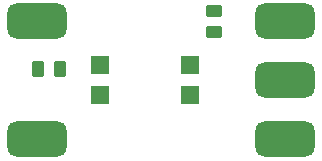
<source format=gtp>
G04 #@! TF.GenerationSoftware,KiCad,Pcbnew,8.0.5*
G04 #@! TF.CreationDate,2024-11-09T17:30:00+01:00*
G04 #@! TF.ProjectId,converter,636f6e76-6572-4746-9572-2e6b69636164,rev?*
G04 #@! TF.SameCoordinates,Original*
G04 #@! TF.FileFunction,Paste,Top*
G04 #@! TF.FilePolarity,Positive*
%FSLAX46Y46*%
G04 Gerber Fmt 4.6, Leading zero omitted, Abs format (unit mm)*
G04 Created by KiCad (PCBNEW 8.0.5) date 2024-11-09 17:30:00*
%MOMM*%
%LPD*%
G01*
G04 APERTURE LIST*
G04 Aperture macros list*
%AMRoundRect*
0 Rectangle with rounded corners*
0 $1 Rounding radius*
0 $2 $3 $4 $5 $6 $7 $8 $9 X,Y pos of 4 corners*
0 Add a 4 corners polygon primitive as box body*
4,1,4,$2,$3,$4,$5,$6,$7,$8,$9,$2,$3,0*
0 Add four circle primitives for the rounded corners*
1,1,$1+$1,$2,$3*
1,1,$1+$1,$4,$5*
1,1,$1+$1,$6,$7*
1,1,$1+$1,$8,$9*
0 Add four rect primitives between the rounded corners*
20,1,$1+$1,$2,$3,$4,$5,0*
20,1,$1+$1,$4,$5,$6,$7,0*
20,1,$1+$1,$6,$7,$8,$9,0*
20,1,$1+$1,$8,$9,$2,$3,0*%
G04 Aperture macros list end*
%ADD10RoundRect,0.750000X-1.750000X-0.750000X1.750000X-0.750000X1.750000X0.750000X-1.750000X0.750000X0*%
%ADD11R,1.600000X1.600000*%
%ADD12RoundRect,0.250000X0.450000X-0.262500X0.450000X0.262500X-0.450000X0.262500X-0.450000X-0.262500X0*%
%ADD13RoundRect,0.250000X0.262500X0.450000X-0.262500X0.450000X-0.262500X-0.450000X0.262500X-0.450000X0*%
G04 APERTURE END LIST*
D10*
X69000000Y-30000000D03*
X48000000Y-25000000D03*
X69000000Y-35000000D03*
D11*
X53340000Y-28730000D03*
X53340000Y-31270000D03*
X60960000Y-31270000D03*
X60960000Y-28730000D03*
D10*
X48000000Y-35000000D03*
X69000000Y-25000000D03*
D12*
X63000000Y-25912500D03*
X63000000Y-24087500D03*
D13*
X49912500Y-29000000D03*
X48087500Y-29000000D03*
M02*

</source>
